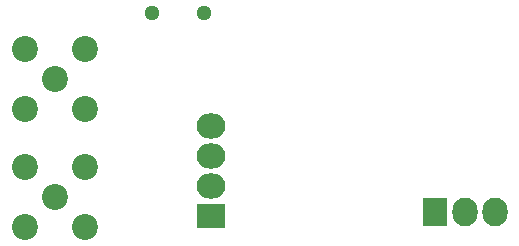
<source format=gbs>
G04 #@! TF.FileFunction,Soldermask,Bot*
%FSLAX46Y46*%
G04 Gerber Fmt 4.6, Leading zero omitted, Abs format (unit mm)*
G04 Created by KiCad (PCBNEW 4.0.2-stable) date Mon 07 Mar 2016 11:13:43 AM HST*
%MOMM*%
G01*
G04 APERTURE LIST*
%ADD10C,0.100000*%
%ADD11C,1.299160*%
%ADD12R,2.432000X2.127200*%
%ADD13O,2.432000X2.127200*%
%ADD14R,2.127200X2.432000*%
%ADD15O,2.127200X2.432000*%
%ADD16C,2.200000*%
G04 APERTURE END LIST*
D10*
D11*
X134599640Y-111650900D03*
X130200360Y-111650900D03*
D12*
X135250000Y-128830000D03*
D13*
X135250000Y-126290000D03*
X135250000Y-123750000D03*
X135250000Y-121210000D03*
D14*
X154160000Y-128500000D03*
D15*
X156700000Y-128500000D03*
X159240000Y-128500000D03*
D16*
X122040000Y-117210000D03*
X119500000Y-119750000D03*
X119500000Y-114670000D03*
X124580000Y-114670000D03*
X124580000Y-119750000D03*
X122040000Y-127210000D03*
X119500000Y-129750000D03*
X119500000Y-124670000D03*
X124580000Y-124670000D03*
X124580000Y-129750000D03*
M02*

</source>
